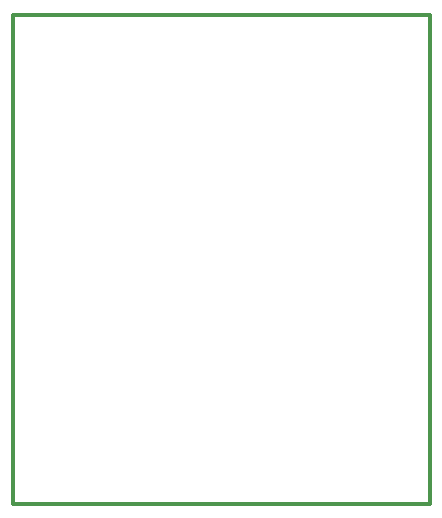
<source format=gko>
G04 start of page 4 for group 2 idx 2 *
G04 Title: (unknown), outline *
G04 Creator: pcb 1.99z *
G04 CreationDate: Thu Dec 10 02:53:57 2015 UTC *
G04 For: commonadmin *
G04 Format: Gerber/RS-274X *
G04 PCB-Dimensions (mil): 1410.00 1650.00 *
G04 PCB-Coordinate-Origin: lower left *
%MOIN*%
%FSLAX25Y25*%
%LNOUTLINE*%
%ADD51C,0.0140*%
G54D51*X0Y165000D02*Y2000D01*
X139000D01*
Y165000D01*
X0D01*
M02*

</source>
